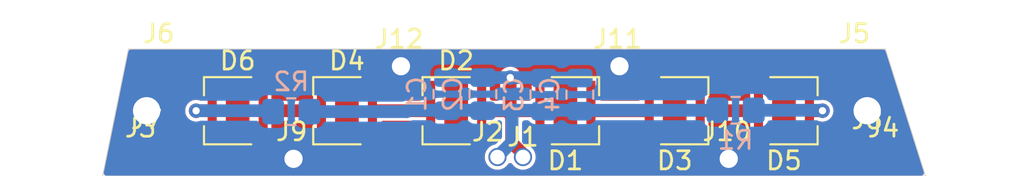
<source format=kicad_pcb>
(kicad_pcb (version 20171130) (host pcbnew "(5.1.9)-1")

  (general
    (thickness 1.6)
    (drawings 4)
    (tracks 38)
    (zones 0)
    (modules 24)
    (nets 10)
  )

  (page A4)
  (layers
    (0 F.Cu signal)
    (31 B.Cu signal)
    (32 B.Adhes user)
    (33 F.Adhes user)
    (34 B.Paste user)
    (35 F.Paste user)
    (36 B.SilkS user)
    (37 F.SilkS user)
    (38 B.Mask user)
    (39 F.Mask user)
    (40 Dwgs.User user)
    (41 Cmts.User user)
    (42 Eco1.User user)
    (43 Eco2.User user)
    (44 Edge.Cuts user)
    (45 Margin user)
    (46 B.CrtYd user)
    (47 F.CrtYd user)
    (48 B.Fab user)
    (49 F.Fab user)
  )

  (setup
    (last_trace_width 0.7)
    (user_trace_width 0.7)
    (trace_clearance 0.2)
    (zone_clearance 0)
    (zone_45_only no)
    (trace_min 0.2)
    (via_size 0.8)
    (via_drill 0.4)
    (via_min_size 0.4)
    (via_min_drill 0.3)
    (uvia_size 0.3)
    (uvia_drill 0.1)
    (uvias_allowed no)
    (uvia_min_size 0.2)
    (uvia_min_drill 0.1)
    (edge_width 0.05)
    (segment_width 0.2)
    (pcb_text_width 0.3)
    (pcb_text_size 1.5 1.5)
    (mod_edge_width 0.12)
    (mod_text_size 1 1)
    (mod_text_width 0.15)
    (pad_size 1.3 3.3)
    (pad_drill 0)
    (pad_to_mask_clearance 0)
    (aux_axis_origin 0 0)
    (visible_elements 7FFFFFFF)
    (pcbplotparams
      (layerselection 0x010fc_ffffffff)
      (usegerberextensions false)
      (usegerberattributes true)
      (usegerberadvancedattributes true)
      (creategerberjobfile true)
      (excludeedgelayer true)
      (linewidth 0.100000)
      (plotframeref false)
      (viasonmask false)
      (mode 1)
      (useauxorigin false)
      (hpglpennumber 1)
      (hpglpenspeed 20)
      (hpglpendiameter 15.000000)
      (psnegative false)
      (psa4output false)
      (plotreference true)
      (plotvalue true)
      (plotinvisibletext false)
      (padsonsilk false)
      (subtractmaskfromsilk false)
      (outputformat 1)
      (mirror false)
      (drillshape 1)
      (scaleselection 1)
      (outputdirectory ""))
  )

  (net 0 "")
  (net 1 "Net-(C1-Pad1)")
  (net 2 "Net-(C1-Pad2)")
  (net 3 "Net-(D1-Pad1)")
  (net 4 "Net-(D2-Pad1)")
  (net 5 "Net-(D3-Pad1)")
  (net 6 "Net-(D4-Pad1)")
  (net 7 "Net-(D5-Pad1)")
  (net 8 "Net-(D6-Pad1)")
  (net 9 GND)

  (net_class Default "This is the default net class."
    (clearance 0.2)
    (trace_width 0.25)
    (via_dia 0.8)
    (via_drill 0.4)
    (uvia_dia 0.3)
    (uvia_drill 0.1)
    (add_net GND)
    (add_net "Net-(C1-Pad1)")
    (add_net "Net-(C1-Pad2)")
    (add_net "Net-(D1-Pad1)")
    (add_net "Net-(D2-Pad1)")
    (add_net "Net-(D3-Pad1)")
    (add_net "Net-(D4-Pad1)")
    (add_net "Net-(D5-Pad1)")
    (add_net "Net-(D6-Pad1)")
  )

  (module Resistor_SMD:R_0805_2012Metric (layer B.Cu) (tedit 5F68FEEE) (tstamp 611C9974)
    (at 24.35 6.1625 270)
    (descr "Resistor SMD 0805 (2012 Metric), square (rectangular) end terminal, IPC_7351 nominal, (Body size source: IPC-SM-782 page 72, https://www.pcb-3d.com/wordpress/wp-content/uploads/ipc-sm-782a_amendment_1_and_2.pdf), generated with kicad-footprint-generator")
    (tags resistor)
    (path /611D226B)
    (attr smd)
    (fp_text reference C3 (at 0 1.65 90) (layer B.SilkS)
      (effects (font (size 1 1) (thickness 0.15)) (justify mirror))
    )
    (fp_text value C (at 0 -1.65 90) (layer B.Fab)
      (effects (font (size 1 1) (thickness 0.15)) (justify mirror))
    )
    (fp_line (start 1.68 -0.95) (end -1.68 -0.95) (layer B.CrtYd) (width 0.05))
    (fp_line (start 1.68 0.95) (end 1.68 -0.95) (layer B.CrtYd) (width 0.05))
    (fp_line (start -1.68 0.95) (end 1.68 0.95) (layer B.CrtYd) (width 0.05))
    (fp_line (start -1.68 -0.95) (end -1.68 0.95) (layer B.CrtYd) (width 0.05))
    (fp_line (start -0.227064 -0.735) (end 0.227064 -0.735) (layer B.SilkS) (width 0.12))
    (fp_line (start -0.227064 0.735) (end 0.227064 0.735) (layer B.SilkS) (width 0.12))
    (fp_line (start 1 -0.625) (end -1 -0.625) (layer B.Fab) (width 0.1))
    (fp_line (start 1 0.625) (end 1 -0.625) (layer B.Fab) (width 0.1))
    (fp_line (start -1 0.625) (end 1 0.625) (layer B.Fab) (width 0.1))
    (fp_line (start -1 -0.625) (end -1 0.625) (layer B.Fab) (width 0.1))
    (fp_text user %R (at 0 0 90) (layer B.Fab)
      (effects (font (size 0.5 0.5) (thickness 0.08)) (justify mirror))
    )
    (pad 1 smd roundrect (at -0.9125 0 270) (size 1.025 1.4) (layers B.Cu B.Paste B.Mask) (roundrect_rratio 0.243902)
      (net 1 "Net-(C1-Pad1)"))
    (pad 2 smd roundrect (at 0.9125 0 270) (size 1.025 1.4) (layers B.Cu B.Paste B.Mask) (roundrect_rratio 0.243902)
      (net 2 "Net-(C1-Pad2)"))
    (model ${KISYS3DMOD}/Resistor_SMD.3dshapes/R_0805_2012Metric.wrl
      (at (xyz 0 0 0))
      (scale (xyz 1 1 1))
      (rotate (xyz 0 0 0))
    )
  )

  (module Resistor_SMD:R_0805_2012Metric (layer B.Cu) (tedit 5F68FEEE) (tstamp 611C9963)
    (at 21 6.1375 270)
    (descr "Resistor SMD 0805 (2012 Metric), square (rectangular) end terminal, IPC_7351 nominal, (Body size source: IPC-SM-782 page 72, https://www.pcb-3d.com/wordpress/wp-content/uploads/ipc-sm-782a_amendment_1_and_2.pdf), generated with kicad-footprint-generator")
    (tags resistor)
    (path /611CEE4D)
    (attr smd)
    (fp_text reference C2 (at 0 1.65 90) (layer B.SilkS)
      (effects (font (size 1 1) (thickness 0.15)) (justify mirror))
    )
    (fp_text value C (at 0 -1.65 90) (layer B.Fab)
      (effects (font (size 1 1) (thickness 0.15)) (justify mirror))
    )
    (fp_line (start -1 -0.625) (end -1 0.625) (layer B.Fab) (width 0.1))
    (fp_line (start -1 0.625) (end 1 0.625) (layer B.Fab) (width 0.1))
    (fp_line (start 1 0.625) (end 1 -0.625) (layer B.Fab) (width 0.1))
    (fp_line (start 1 -0.625) (end -1 -0.625) (layer B.Fab) (width 0.1))
    (fp_line (start -0.227064 0.735) (end 0.227064 0.735) (layer B.SilkS) (width 0.12))
    (fp_line (start -0.227064 -0.735) (end 0.227064 -0.735) (layer B.SilkS) (width 0.12))
    (fp_line (start -1.68 -0.95) (end -1.68 0.95) (layer B.CrtYd) (width 0.05))
    (fp_line (start -1.68 0.95) (end 1.68 0.95) (layer B.CrtYd) (width 0.05))
    (fp_line (start 1.68 0.95) (end 1.68 -0.95) (layer B.CrtYd) (width 0.05))
    (fp_line (start 1.68 -0.95) (end -1.68 -0.95) (layer B.CrtYd) (width 0.05))
    (fp_text user %R (at 0 0 90) (layer B.Fab)
      (effects (font (size 0.5 0.5) (thickness 0.08)) (justify mirror))
    )
    (pad 2 smd roundrect (at 0.9125 0 270) (size 1.025 1.4) (layers B.Cu B.Paste B.Mask) (roundrect_rratio 0.243902)
      (net 2 "Net-(C1-Pad2)"))
    (pad 1 smd roundrect (at -0.9125 0 270) (size 1.025 1.4) (layers B.Cu B.Paste B.Mask) (roundrect_rratio 0.243902)
      (net 1 "Net-(C1-Pad1)"))
    (model ${KISYS3DMOD}/Resistor_SMD.3dshapes/R_0805_2012Metric.wrl
      (at (xyz 0 0 0))
      (scale (xyz 1 1 1))
      (rotate (xyz 0 0 0))
    )
  )

  (module Resistor_SMD:R_0805_2012Metric (layer B.Cu) (tedit 5F68FEEE) (tstamp 611C9985)
    (at 26.325 6.1625 270)
    (descr "Resistor SMD 0805 (2012 Metric), square (rectangular) end terminal, IPC_7351 nominal, (Body size source: IPC-SM-782 page 72, https://www.pcb-3d.com/wordpress/wp-content/uploads/ipc-sm-782a_amendment_1_and_2.pdf), generated with kicad-footprint-generator")
    (tags resistor)
    (path /611D2271)
    (attr smd)
    (fp_text reference C4 (at 0 1.65 90) (layer B.SilkS)
      (effects (font (size 1 1) (thickness 0.15)) (justify mirror))
    )
    (fp_text value C (at 0 -1.65 90) (layer B.Fab)
      (effects (font (size 1 1) (thickness 0.15)) (justify mirror))
    )
    (fp_line (start -1 -0.625) (end -1 0.625) (layer B.Fab) (width 0.1))
    (fp_line (start -1 0.625) (end 1 0.625) (layer B.Fab) (width 0.1))
    (fp_line (start 1 0.625) (end 1 -0.625) (layer B.Fab) (width 0.1))
    (fp_line (start 1 -0.625) (end -1 -0.625) (layer B.Fab) (width 0.1))
    (fp_line (start -0.227064 0.735) (end 0.227064 0.735) (layer B.SilkS) (width 0.12))
    (fp_line (start -0.227064 -0.735) (end 0.227064 -0.735) (layer B.SilkS) (width 0.12))
    (fp_line (start -1.68 -0.95) (end -1.68 0.95) (layer B.CrtYd) (width 0.05))
    (fp_line (start -1.68 0.95) (end 1.68 0.95) (layer B.CrtYd) (width 0.05))
    (fp_line (start 1.68 0.95) (end 1.68 -0.95) (layer B.CrtYd) (width 0.05))
    (fp_line (start 1.68 -0.95) (end -1.68 -0.95) (layer B.CrtYd) (width 0.05))
    (fp_text user %R (at 0 0 90) (layer B.Fab)
      (effects (font (size 0.5 0.5) (thickness 0.08)) (justify mirror))
    )
    (pad 2 smd roundrect (at 0.9125 0 270) (size 1.025 1.4) (layers B.Cu B.Paste B.Mask) (roundrect_rratio 0.243902)
      (net 2 "Net-(C1-Pad2)"))
    (pad 1 smd roundrect (at -0.9125 0 270) (size 1.025 1.4) (layers B.Cu B.Paste B.Mask) (roundrect_rratio 0.243902)
      (net 1 "Net-(C1-Pad1)"))
    (model ${KISYS3DMOD}/Resistor_SMD.3dshapes/R_0805_2012Metric.wrl
      (at (xyz 0 0 0))
      (scale (xyz 1 1 1))
      (rotate (xyz 0 0 0))
    )
  )

  (module Resistor_SMD:R_0805_2012Metric (layer B.Cu) (tedit 5F68FEEE) (tstamp 611C9952)
    (at 19.025 6.1375 270)
    (descr "Resistor SMD 0805 (2012 Metric), square (rectangular) end terminal, IPC_7351 nominal, (Body size source: IPC-SM-782 page 72, https://www.pcb-3d.com/wordpress/wp-content/uploads/ipc-sm-782a_amendment_1_and_2.pdf), generated with kicad-footprint-generator")
    (tags resistor)
    (path /611CE72F)
    (attr smd)
    (fp_text reference C1 (at 0 1.65 90) (layer B.SilkS)
      (effects (font (size 1 1) (thickness 0.15)) (justify mirror))
    )
    (fp_text value C (at 0 -1.65 90) (layer B.Fab)
      (effects (font (size 1 1) (thickness 0.15)) (justify mirror))
    )
    (fp_line (start 1.68 -0.95) (end -1.68 -0.95) (layer B.CrtYd) (width 0.05))
    (fp_line (start 1.68 0.95) (end 1.68 -0.95) (layer B.CrtYd) (width 0.05))
    (fp_line (start -1.68 0.95) (end 1.68 0.95) (layer B.CrtYd) (width 0.05))
    (fp_line (start -1.68 -0.95) (end -1.68 0.95) (layer B.CrtYd) (width 0.05))
    (fp_line (start -0.227064 -0.735) (end 0.227064 -0.735) (layer B.SilkS) (width 0.12))
    (fp_line (start -0.227064 0.735) (end 0.227064 0.735) (layer B.SilkS) (width 0.12))
    (fp_line (start 1 -0.625) (end -1 -0.625) (layer B.Fab) (width 0.1))
    (fp_line (start 1 0.625) (end 1 -0.625) (layer B.Fab) (width 0.1))
    (fp_line (start -1 0.625) (end 1 0.625) (layer B.Fab) (width 0.1))
    (fp_line (start -1 -0.625) (end -1 0.625) (layer B.Fab) (width 0.1))
    (fp_text user %R (at 0 0 90) (layer B.Fab)
      (effects (font (size 0.5 0.5) (thickness 0.08)) (justify mirror))
    )
    (pad 1 smd roundrect (at -0.9125 0 270) (size 1.025 1.4) (layers B.Cu B.Paste B.Mask) (roundrect_rratio 0.243902)
      (net 1 "Net-(C1-Pad1)"))
    (pad 2 smd roundrect (at 0.9125 0 270) (size 1.025 1.4) (layers B.Cu B.Paste B.Mask) (roundrect_rratio 0.243902)
      (net 2 "Net-(C1-Pad2)"))
    (model ${KISYS3DMOD}/Resistor_SMD.3dshapes/R_0805_2012Metric.wrl
      (at (xyz 0 0 0))
      (scale (xyz 1 1 1))
      (rotate (xyz 0 0 0))
    )
  )

  (module pins:WireSidePlate_001 (layer F.Cu) (tedit 61220B6C) (tstamp 61224DC8)
    (at 2.2 7.5)
    (path /6121E8A1)
    (fp_text reference J3 (at 0 0.5) (layer F.SilkS)
      (effects (font (size 1 1) (thickness 0.15)))
    )
    (fp_text value Conn_01x01_Female (at 0 -0.5) (layer F.Fab)
      (effects (font (size 1 1) (thickness 0.15)))
    )
    (pad 1 smd rect (at 0 2.2) (size 3 1.5) (layers F.Cu F.Paste F.Mask)
      (net 9 GND))
  )

  (module pins:WireSidePlate_001 (layer F.Cu) (tedit 61220B6C) (tstamp 61224DCD)
    (at 43 7.5)
    (path /6121F038)
    (fp_text reference J4 (at 0 0.5) (layer F.SilkS)
      (effects (font (size 1 1) (thickness 0.15)))
    )
    (fp_text value Conn_01x01_Female (at 0 -0.5) (layer F.Fab)
      (effects (font (size 1 1) (thickness 0.15)))
    )
    (pad 1 smd rect (at 0 2.2) (size 3 1.5) (layers F.Cu F.Paste F.Mask)
      (net 9 GND))
  )

  (module pins:WireSidePlate_001 (layer F.Cu) (tedit 61220B6C) (tstamp 61224DD2)
    (at 41.4 2.3)
    (path /6121F999)
    (fp_text reference J5 (at 0 0.5) (layer F.SilkS)
      (effects (font (size 1 1) (thickness 0.15)))
    )
    (fp_text value Conn_01x01_Female (at 0 -0.5) (layer F.Fab)
      (effects (font (size 1 1) (thickness 0.15)))
    )
    (pad 1 smd rect (at 0 2.2) (size 3 1.5) (layers F.Cu F.Paste F.Mask)
      (net 9 GND))
  )

  (module pins:WireSidePlate_001 (layer F.Cu) (tedit 61220B6C) (tstamp 61224DD7)
    (at 3.2 2.3)
    (path /6122010A)
    (fp_text reference J6 (at 0 0.5) (layer F.SilkS)
      (effects (font (size 1 1) (thickness 0.15)))
    )
    (fp_text value Conn_01x01_Female (at 0 -0.5) (layer F.Fab)
      (effects (font (size 1 1) (thickness 0.15)))
    )
    (pad 1 smd rect (at 0 2.2) (size 3 1.5) (layers F.Cu F.Paste F.Mask)
      (net 9 GND))
  )

  (module LED_SMD:LED_Cree-XHP35 (layer F.Cu) (tedit 5E7E470B) (tstamp 611C99A2)
    (at 25.5318 7.0503 180)
    (descr http://www.cree.com/~/media/Files/Cree/LED-Components-and-Modules/XLamp/Data-and-Binning/ds--XHP35.pdf)
    (tags "LED Cree XHP35")
    (path /611C63E6)
    (attr smd)
    (fp_text reference D1 (at 0 -2.75) (layer F.SilkS)
      (effects (font (size 1 1) (thickness 0.15)))
    )
    (fp_text value LED (at 0 2.75) (layer F.Fab)
      (effects (font (size 1 1) (thickness 0.15)))
    )
    (fp_line (start -1.65 -1.65) (end 1.65 -1.65) (layer F.Fab) (width 0.1))
    (fp_line (start 1.65 -1.65) (end 1.65 1.65) (layer F.Fab) (width 0.1))
    (fp_line (start 1.65 1.65) (end -1.65 1.65) (layer F.Fab) (width 0.1))
    (fp_line (start -1.65 1.65) (end -1.65 -1.65) (layer F.Fab) (width 0.1))
    (fp_line (start 0.75 -1.85) (end -1.85 -1.85) (layer F.SilkS) (width 0.12))
    (fp_line (start -1.85 -1.85) (end -1.85 -0.85) (layer F.SilkS) (width 0.12))
    (fp_line (start 0.75 1.85) (end -1.85 1.85) (layer F.SilkS) (width 0.12))
    (fp_line (start -1.85 1.85) (end -1.85 0.85) (layer F.SilkS) (width 0.12))
    (fp_line (start -1.9 1.9) (end 1.9 1.9) (layer F.CrtYd) (width 0.05))
    (fp_line (start 1.9 1.9) (end 1.9 -1.9) (layer F.CrtYd) (width 0.05))
    (fp_line (start 1.9 -1.9) (end -1.9 -1.9) (layer F.CrtYd) (width 0.05))
    (fp_line (start -1.9 -1.9) (end -1.9 1.9) (layer F.CrtYd) (width 0.05))
    (fp_line (start 1.25 0) (end 0.5 0) (layer F.Fab) (width 0.1))
    (fp_line (start -1.25 0) (end -0.5 0) (layer F.Fab) (width 0.1))
    (fp_line (start -0.5 -0.5) (end -0.5 0.5) (layer F.Fab) (width 0.1))
    (fp_line (start -0.5 0) (end 0.5 -0.5) (layer F.Fab) (width 0.1))
    (fp_line (start 0.5 -0.5) (end 0.5 0.5) (layer F.Fab) (width 0.1))
    (fp_line (start 0.5 0.5) (end -0.5 0) (layer F.Fab) (width 0.1))
    (fp_text user %R (at 0 0) (layer F.Fab)
      (effects (font (size 0.8 0.8) (thickness 0.08)))
    )
    (pad "" smd rect (at 0 0 180) (size 1.01 0.75) (layers F.Paste))
    (pad "" smd rect (at 0 -1 180) (size 1.01 0.75) (layers F.Paste))
    (pad "" smd rect (at 0 1 180) (size 1.01 0.75) (layers F.Paste))
    (pad 3 smd rect (at 0 0 180) (size 1.3 3.3) (layers F.Cu F.Mask))
    (pad 1 smd rect (at -1.4 0 180) (size 0.5 3.3) (layers F.Cu F.Paste F.Mask)
      (net 3 "Net-(D1-Pad1)"))
    (pad 2 smd rect (at 1.4 0 180) (size 0.5 3.3) (layers F.Cu F.Paste F.Mask)
      (net 1 "Net-(C1-Pad1)"))
    (model ${KISYS3DMOD}/LED_SMD.3dshapes/LED_Cree-XHP35.wrl
      (at (xyz 0 0 0))
      (scale (xyz 1 1 1))
      (rotate (xyz 0 0 0))
    )
  )

  (module LED_SMD:LED_Cree-XHP35 (layer F.Cu) (tedit 611D3B38) (tstamp 611C99BF)
    (at 19.5318 7.0503)
    (descr http://www.cree.com/~/media/Files/Cree/LED-Components-and-Modules/XLamp/Data-and-Binning/ds--XHP35.pdf)
    (tags "LED Cree XHP35")
    (path /611C3954)
    (attr smd)
    (fp_text reference D2 (at 0 -2.75) (layer F.SilkS)
      (effects (font (size 1 1) (thickness 0.15)))
    )
    (fp_text value LED (at 0 2.75) (layer F.Fab)
      (effects (font (size 1 1) (thickness 0.15)))
    )
    (fp_line (start 0.5 0.5) (end -0.5 0) (layer F.Fab) (width 0.1))
    (fp_line (start 0.5 -0.5) (end 0.5 0.5) (layer F.Fab) (width 0.1))
    (fp_line (start -0.5 0) (end 0.5 -0.5) (layer F.Fab) (width 0.1))
    (fp_line (start -0.5 -0.5) (end -0.5 0.5) (layer F.Fab) (width 0.1))
    (fp_line (start -1.25 0) (end -0.5 0) (layer F.Fab) (width 0.1))
    (fp_line (start 1.25 0) (end 0.5 0) (layer F.Fab) (width 0.1))
    (fp_line (start -1.9 -1.9) (end -1.9 1.9) (layer F.CrtYd) (width 0.05))
    (fp_line (start 1.9 -1.9) (end -1.9 -1.9) (layer F.CrtYd) (width 0.05))
    (fp_line (start 1.9 1.9) (end 1.9 -1.9) (layer F.CrtYd) (width 0.05))
    (fp_line (start -1.9 1.9) (end 1.9 1.9) (layer F.CrtYd) (width 0.05))
    (fp_line (start -1.85 1.85) (end -1.85 0.85) (layer F.SilkS) (width 0.12))
    (fp_line (start 0.75 1.85) (end -1.85 1.85) (layer F.SilkS) (width 0.12))
    (fp_line (start -1.85 -1.85) (end -1.85 -0.85) (layer F.SilkS) (width 0.12))
    (fp_line (start 0.75 -1.85) (end -1.85 -1.85) (layer F.SilkS) (width 0.12))
    (fp_line (start -1.65 1.65) (end -1.65 -1.65) (layer F.Fab) (width 0.1))
    (fp_line (start 1.65 1.65) (end -1.65 1.65) (layer F.Fab) (width 0.1))
    (fp_line (start 1.65 -1.65) (end 1.65 1.65) (layer F.Fab) (width 0.1))
    (fp_line (start -1.65 -1.65) (end 1.65 -1.65) (layer F.Fab) (width 0.1))
    (fp_text user %R (at 0 0) (layer F.Fab)
      (effects (font (size 0.8 0.8) (thickness 0.08)))
    )
    (pad 2 smd rect (at 1.4 0) (size 0.5 3.3) (layers F.Cu F.Paste F.Mask)
      (net 1 "Net-(C1-Pad1)"))
    (pad 1 smd rect (at -1.4 0) (size 0.5 3.3) (layers F.Cu F.Paste F.Mask)
      (net 4 "Net-(D2-Pad1)"))
    (pad 3 smd rect (at 0 0) (size 1.3 3.3) (layers F.Cu F.Mask))
    (pad "" smd rect (at 0 1) (size 1.01 0.75) (layers F.Paste))
    (pad "" smd rect (at 0 -1) (size 1.01 0.75) (layers F.Paste))
    (pad "" smd rect (at 0 0) (size 1.01 0.75) (layers F.Paste))
    (model ${KISYS3DMOD}/LED_SMD.3dshapes/LED_Cree-XHP35.wrl
      (at (xyz 0 0 0))
      (scale (xyz 1 1 1))
      (rotate (xyz 0 0 0))
    )
  )

  (module LED_SMD:LED_Cree-XHP35 (layer F.Cu) (tedit 5E7E470B) (tstamp 611C99DC)
    (at 31.5318 7.0503 180)
    (descr http://www.cree.com/~/media/Files/Cree/LED-Components-and-Modules/XLamp/Data-and-Binning/ds--XHP35.pdf)
    (tags "LED Cree XHP35")
    (path /611C8036)
    (attr smd)
    (fp_text reference D3 (at 0 -2.75) (layer F.SilkS)
      (effects (font (size 1 1) (thickness 0.15)))
    )
    (fp_text value LED (at 0 2.75) (layer F.Fab)
      (effects (font (size 1 1) (thickness 0.15)))
    )
    (fp_line (start 0.5 0.5) (end -0.5 0) (layer F.Fab) (width 0.1))
    (fp_line (start 0.5 -0.5) (end 0.5 0.5) (layer F.Fab) (width 0.1))
    (fp_line (start -0.5 0) (end 0.5 -0.5) (layer F.Fab) (width 0.1))
    (fp_line (start -0.5 -0.5) (end -0.5 0.5) (layer F.Fab) (width 0.1))
    (fp_line (start -1.25 0) (end -0.5 0) (layer F.Fab) (width 0.1))
    (fp_line (start 1.25 0) (end 0.5 0) (layer F.Fab) (width 0.1))
    (fp_line (start -1.9 -1.9) (end -1.9 1.9) (layer F.CrtYd) (width 0.05))
    (fp_line (start 1.9 -1.9) (end -1.9 -1.9) (layer F.CrtYd) (width 0.05))
    (fp_line (start 1.9 1.9) (end 1.9 -1.9) (layer F.CrtYd) (width 0.05))
    (fp_line (start -1.9 1.9) (end 1.9 1.9) (layer F.CrtYd) (width 0.05))
    (fp_line (start -1.85 1.85) (end -1.85 0.85) (layer F.SilkS) (width 0.12))
    (fp_line (start 0.75 1.85) (end -1.85 1.85) (layer F.SilkS) (width 0.12))
    (fp_line (start -1.85 -1.85) (end -1.85 -0.85) (layer F.SilkS) (width 0.12))
    (fp_line (start 0.75 -1.85) (end -1.85 -1.85) (layer F.SilkS) (width 0.12))
    (fp_line (start -1.65 1.65) (end -1.65 -1.65) (layer F.Fab) (width 0.1))
    (fp_line (start 1.65 1.65) (end -1.65 1.65) (layer F.Fab) (width 0.1))
    (fp_line (start 1.65 -1.65) (end 1.65 1.65) (layer F.Fab) (width 0.1))
    (fp_line (start -1.65 -1.65) (end 1.65 -1.65) (layer F.Fab) (width 0.1))
    (fp_text user %R (at 0 0) (layer F.Fab)
      (effects (font (size 0.8 0.8) (thickness 0.08)))
    )
    (pad 2 smd rect (at 1.4 0 180) (size 0.5 3.3) (layers F.Cu F.Paste F.Mask)
      (net 3 "Net-(D1-Pad1)"))
    (pad 1 smd rect (at -1.4 0 180) (size 0.5 3.3) (layers F.Cu F.Paste F.Mask)
      (net 5 "Net-(D3-Pad1)"))
    (pad 3 smd rect (at 0 0 180) (size 1.3 3.3) (layers F.Cu F.Mask))
    (pad "" smd rect (at 0 1 180) (size 1.01 0.75) (layers F.Paste))
    (pad "" smd rect (at 0 -1 180) (size 1.01 0.75) (layers F.Paste))
    (pad "" smd rect (at 0 0 180) (size 1.01 0.75) (layers F.Paste))
    (model ${KISYS3DMOD}/LED_SMD.3dshapes/LED_Cree-XHP35.wrl
      (at (xyz 0 0 0))
      (scale (xyz 1 1 1))
      (rotate (xyz 0 0 0))
    )
  )

  (module LED_SMD:LED_Cree-XHP35 (layer F.Cu) (tedit 5E7E470B) (tstamp 611C99F9)
    (at 13.5318 7.0503)
    (descr http://www.cree.com/~/media/Files/Cree/LED-Components-and-Modules/XLamp/Data-and-Binning/ds--XHP35.pdf)
    (tags "LED Cree XHP35")
    (path /611C5107)
    (attr smd)
    (fp_text reference D4 (at 0 -2.75) (layer F.SilkS)
      (effects (font (size 1 1) (thickness 0.15)))
    )
    (fp_text value LED (at 0 2.75) (layer F.Fab)
      (effects (font (size 1 1) (thickness 0.15)))
    )
    (fp_line (start -1.65 -1.65) (end 1.65 -1.65) (layer F.Fab) (width 0.1))
    (fp_line (start 1.65 -1.65) (end 1.65 1.65) (layer F.Fab) (width 0.1))
    (fp_line (start 1.65 1.65) (end -1.65 1.65) (layer F.Fab) (width 0.1))
    (fp_line (start -1.65 1.65) (end -1.65 -1.65) (layer F.Fab) (width 0.1))
    (fp_line (start 0.75 -1.85) (end -1.85 -1.85) (layer F.SilkS) (width 0.12))
    (fp_line (start -1.85 -1.85) (end -1.85 -0.85) (layer F.SilkS) (width 0.12))
    (fp_line (start 0.75 1.85) (end -1.85 1.85) (layer F.SilkS) (width 0.12))
    (fp_line (start -1.85 1.85) (end -1.85 0.85) (layer F.SilkS) (width 0.12))
    (fp_line (start -1.9 1.9) (end 1.9 1.9) (layer F.CrtYd) (width 0.05))
    (fp_line (start 1.9 1.9) (end 1.9 -1.9) (layer F.CrtYd) (width 0.05))
    (fp_line (start 1.9 -1.9) (end -1.9 -1.9) (layer F.CrtYd) (width 0.05))
    (fp_line (start -1.9 -1.9) (end -1.9 1.9) (layer F.CrtYd) (width 0.05))
    (fp_line (start 1.25 0) (end 0.5 0) (layer F.Fab) (width 0.1))
    (fp_line (start -1.25 0) (end -0.5 0) (layer F.Fab) (width 0.1))
    (fp_line (start -0.5 -0.5) (end -0.5 0.5) (layer F.Fab) (width 0.1))
    (fp_line (start -0.5 0) (end 0.5 -0.5) (layer F.Fab) (width 0.1))
    (fp_line (start 0.5 -0.5) (end 0.5 0.5) (layer F.Fab) (width 0.1))
    (fp_line (start 0.5 0.5) (end -0.5 0) (layer F.Fab) (width 0.1))
    (fp_text user %R (at 0 0) (layer F.Fab)
      (effects (font (size 0.8 0.8) (thickness 0.08)))
    )
    (pad "" smd rect (at 0 0) (size 1.01 0.75) (layers F.Paste))
    (pad "" smd rect (at 0 -1) (size 1.01 0.75) (layers F.Paste))
    (pad "" smd rect (at 0 1) (size 1.01 0.75) (layers F.Paste))
    (pad 3 smd rect (at 0 0) (size 1.3 3.3) (layers F.Cu F.Mask))
    (pad 1 smd rect (at -1.4 0) (size 0.5 3.3) (layers F.Cu F.Paste F.Mask)
      (net 6 "Net-(D4-Pad1)"))
    (pad 2 smd rect (at 1.4 0) (size 0.5 3.3) (layers F.Cu F.Paste F.Mask)
      (net 4 "Net-(D2-Pad1)"))
    (model ${KISYS3DMOD}/LED_SMD.3dshapes/LED_Cree-XHP35.wrl
      (at (xyz 0 0 0))
      (scale (xyz 1 1 1))
      (rotate (xyz 0 0 0))
    )
  )

  (module LED_SMD:LED_Cree-XHP35 (layer F.Cu) (tedit 5E7E470B) (tstamp 611C9A16)
    (at 37.5318 7.0503 180)
    (descr http://www.cree.com/~/media/Files/Cree/LED-Components-and-Modules/XLamp/Data-and-Binning/ds--XHP35.pdf)
    (tags "LED Cree XHP35")
    (path /611C803C)
    (attr smd)
    (fp_text reference D5 (at 0 -2.75) (layer F.SilkS)
      (effects (font (size 1 1) (thickness 0.15)))
    )
    (fp_text value LED (at 0 2.75) (layer F.Fab)
      (effects (font (size 1 1) (thickness 0.15)))
    )
    (fp_line (start -1.65 -1.65) (end 1.65 -1.65) (layer F.Fab) (width 0.1))
    (fp_line (start 1.65 -1.65) (end 1.65 1.65) (layer F.Fab) (width 0.1))
    (fp_line (start 1.65 1.65) (end -1.65 1.65) (layer F.Fab) (width 0.1))
    (fp_line (start -1.65 1.65) (end -1.65 -1.65) (layer F.Fab) (width 0.1))
    (fp_line (start 0.75 -1.85) (end -1.85 -1.85) (layer F.SilkS) (width 0.12))
    (fp_line (start -1.85 -1.85) (end -1.85 -0.85) (layer F.SilkS) (width 0.12))
    (fp_line (start 0.75 1.85) (end -1.85 1.85) (layer F.SilkS) (width 0.12))
    (fp_line (start -1.85 1.85) (end -1.85 0.85) (layer F.SilkS) (width 0.12))
    (fp_line (start -1.9 1.9) (end 1.9 1.9) (layer F.CrtYd) (width 0.05))
    (fp_line (start 1.9 1.9) (end 1.9 -1.9) (layer F.CrtYd) (width 0.05))
    (fp_line (start 1.9 -1.9) (end -1.9 -1.9) (layer F.CrtYd) (width 0.05))
    (fp_line (start -1.9 -1.9) (end -1.9 1.9) (layer F.CrtYd) (width 0.05))
    (fp_line (start 1.25 0) (end 0.5 0) (layer F.Fab) (width 0.1))
    (fp_line (start -1.25 0) (end -0.5 0) (layer F.Fab) (width 0.1))
    (fp_line (start -0.5 -0.5) (end -0.5 0.5) (layer F.Fab) (width 0.1))
    (fp_line (start -0.5 0) (end 0.5 -0.5) (layer F.Fab) (width 0.1))
    (fp_line (start 0.5 -0.5) (end 0.5 0.5) (layer F.Fab) (width 0.1))
    (fp_line (start 0.5 0.5) (end -0.5 0) (layer F.Fab) (width 0.1))
    (fp_text user %R (at 0 0) (layer F.Fab)
      (effects (font (size 0.8 0.8) (thickness 0.08)))
    )
    (pad "" smd rect (at 0 0 180) (size 1.01 0.75) (layers F.Paste))
    (pad "" smd rect (at 0 -1 180) (size 1.01 0.75) (layers F.Paste))
    (pad "" smd rect (at 0 1 180) (size 1.01 0.75) (layers F.Paste))
    (pad 3 smd rect (at 0 0 180) (size 1.3 3.3) (layers F.Cu F.Mask))
    (pad 1 smd rect (at -1.4 0 180) (size 0.5 3.3) (layers F.Cu F.Paste F.Mask)
      (net 7 "Net-(D5-Pad1)"))
    (pad 2 smd rect (at 1.4 0 180) (size 0.5 3.3) (layers F.Cu F.Paste F.Mask)
      (net 5 "Net-(D3-Pad1)"))
    (model ${KISYS3DMOD}/LED_SMD.3dshapes/LED_Cree-XHP35.wrl
      (at (xyz 0 0 0))
      (scale (xyz 1 1 1))
      (rotate (xyz 0 0 0))
    )
  )

  (module LED_SMD:LED_Cree-XHP35 (layer F.Cu) (tedit 5E7E470B) (tstamp 611C9A33)
    (at 7.5318 7.0503)
    (descr http://www.cree.com/~/media/Files/Cree/LED-Components-and-Modules/XLamp/Data-and-Binning/ds--XHP35.pdf)
    (tags "LED Cree XHP35")
    (path /611C63E0)
    (attr smd)
    (fp_text reference D6 (at 0 -2.75) (layer F.SilkS)
      (effects (font (size 1 1) (thickness 0.15)))
    )
    (fp_text value LED (at 0 2.75) (layer F.Fab)
      (effects (font (size 1 1) (thickness 0.15)))
    )
    (fp_line (start 0.5 0.5) (end -0.5 0) (layer F.Fab) (width 0.1))
    (fp_line (start 0.5 -0.5) (end 0.5 0.5) (layer F.Fab) (width 0.1))
    (fp_line (start -0.5 0) (end 0.5 -0.5) (layer F.Fab) (width 0.1))
    (fp_line (start -0.5 -0.5) (end -0.5 0.5) (layer F.Fab) (width 0.1))
    (fp_line (start -1.25 0) (end -0.5 0) (layer F.Fab) (width 0.1))
    (fp_line (start 1.25 0) (end 0.5 0) (layer F.Fab) (width 0.1))
    (fp_line (start -1.9 -1.9) (end -1.9 1.9) (layer F.CrtYd) (width 0.05))
    (fp_line (start 1.9 -1.9) (end -1.9 -1.9) (layer F.CrtYd) (width 0.05))
    (fp_line (start 1.9 1.9) (end 1.9 -1.9) (layer F.CrtYd) (width 0.05))
    (fp_line (start -1.9 1.9) (end 1.9 1.9) (layer F.CrtYd) (width 0.05))
    (fp_line (start -1.85 1.85) (end -1.85 0.85) (layer F.SilkS) (width 0.12))
    (fp_line (start 0.75 1.85) (end -1.85 1.85) (layer F.SilkS) (width 0.12))
    (fp_line (start -1.85 -1.85) (end -1.85 -0.85) (layer F.SilkS) (width 0.12))
    (fp_line (start 0.75 -1.85) (end -1.85 -1.85) (layer F.SilkS) (width 0.12))
    (fp_line (start -1.65 1.65) (end -1.65 -1.65) (layer F.Fab) (width 0.1))
    (fp_line (start 1.65 1.65) (end -1.65 1.65) (layer F.Fab) (width 0.1))
    (fp_line (start 1.65 -1.65) (end 1.65 1.65) (layer F.Fab) (width 0.1))
    (fp_line (start -1.65 -1.65) (end 1.65 -1.65) (layer F.Fab) (width 0.1))
    (fp_text user %R (at 0 0) (layer F.Fab)
      (effects (font (size 0.8 0.8) (thickness 0.08)))
    )
    (pad 2 smd rect (at 1.4 0) (size 0.5 3.3) (layers F.Cu F.Paste F.Mask)
      (net 6 "Net-(D4-Pad1)"))
    (pad 1 smd rect (at -1.4 0) (size 0.5 3.3) (layers F.Cu F.Paste F.Mask)
      (net 8 "Net-(D6-Pad1)"))
    (pad 3 smd rect (at 0 0) (size 1.3 3.3) (layers F.Cu F.Mask))
    (pad "" smd rect (at 0 1) (size 1.01 0.75) (layers F.Paste))
    (pad "" smd rect (at 0 -1) (size 1.01 0.75) (layers F.Paste))
    (pad "" smd rect (at 0 0) (size 1.01 0.75) (layers F.Paste))
    (model ${KISYS3DMOD}/LED_SMD.3dshapes/LED_Cree-XHP35.wrl
      (at (xyz 0 0 0))
      (scale (xyz 1 1 1))
      (rotate (xyz 0 0 0))
    )
  )

  (module pins:pin_0.8 (layer F.Cu) (tedit 60E69780) (tstamp 611C9A38)
    (at 23.2 8)
    (path /611CC688)
    (fp_text reference J1 (at 0 0.5) (layer F.SilkS)
      (effects (font (size 1 1) (thickness 0.15)))
    )
    (fp_text value Conn_01x01_Female (at 0 -0.5) (layer F.Fab)
      (effects (font (size 1 1) (thickness 0.15)))
    )
    (pad 1 thru_hole circle (at 0 1.6) (size 1 1) (drill 0.8) (layers *.Cu *.Mask)
      (net 1 "Net-(C1-Pad1)"))
  )

  (module pins:pin_0.8 (layer F.Cu) (tedit 60E69780) (tstamp 611C9A3D)
    (at 21.8 8)
    (path /611CDD3C)
    (fp_text reference J2 (at -0.54 0.22) (layer F.SilkS)
      (effects (font (size 1 1) (thickness 0.15)))
    )
    (fp_text value Conn_01x01_Female (at 0 -0.5) (layer F.Fab)
      (effects (font (size 1 1) (thickness 0.15)))
    )
    (pad 1 thru_hole circle (at 0 1.6) (size 1 1) (drill 0.8) (layers *.Cu *.Mask)
      (net 2 "Net-(C1-Pad2)"))
  )

  (module Resistor_SMD:R_0805_2012Metric_Pad1.20x1.40mm_HandSolder (layer B.Cu) (tedit 5F68FEEE) (tstamp 611C9A4E)
    (at 34.875 7.025)
    (descr "Resistor SMD 0805 (2012 Metric), square (rectangular) end terminal, IPC_7351 nominal with elongated pad for handsoldering. (Body size source: IPC-SM-782 page 72, https://www.pcb-3d.com/wordpress/wp-content/uploads/ipc-sm-782a_amendment_1_and_2.pdf), generated with kicad-footprint-generator")
    (tags "resistor handsolder")
    (path /611CAFF0)
    (attr smd)
    (fp_text reference R1 (at 0 1.65) (layer B.SilkS)
      (effects (font (size 1 1) (thickness 0.15)) (justify mirror))
    )
    (fp_text value R (at 0 -1.65) (layer B.Fab)
      (effects (font (size 1 1) (thickness 0.15)) (justify mirror))
    )
    (fp_line (start 1.85 -0.95) (end -1.85 -0.95) (layer B.CrtYd) (width 0.05))
    (fp_line (start 1.85 0.95) (end 1.85 -0.95) (layer B.CrtYd) (width 0.05))
    (fp_line (start -1.85 0.95) (end 1.85 0.95) (layer B.CrtYd) (width 0.05))
    (fp_line (start -1.85 -0.95) (end -1.85 0.95) (layer B.CrtYd) (width 0.05))
    (fp_line (start -0.227064 -0.735) (end 0.227064 -0.735) (layer B.SilkS) (width 0.12))
    (fp_line (start -0.227064 0.735) (end 0.227064 0.735) (layer B.SilkS) (width 0.12))
    (fp_line (start 1 -0.625) (end -1 -0.625) (layer B.Fab) (width 0.1))
    (fp_line (start 1 0.625) (end 1 -0.625) (layer B.Fab) (width 0.1))
    (fp_line (start -1 0.625) (end 1 0.625) (layer B.Fab) (width 0.1))
    (fp_line (start -1 -0.625) (end -1 0.625) (layer B.Fab) (width 0.1))
    (fp_text user %R (at 0 0) (layer B.Fab)
      (effects (font (size 0.5 0.5) (thickness 0.08)) (justify mirror))
    )
    (pad 1 smd roundrect (at -1 0) (size 1.2 1.4) (layers B.Cu B.Paste B.Mask) (roundrect_rratio 0.208333)
      (net 2 "Net-(C1-Pad2)"))
    (pad 2 smd roundrect (at 1 0) (size 1.2 1.4) (layers B.Cu B.Paste B.Mask) (roundrect_rratio 0.208333)
      (net 7 "Net-(D5-Pad1)"))
    (model ${KISYS3DMOD}/Resistor_SMD.3dshapes/R_0805_2012Metric.wrl
      (at (xyz 0 0 0))
      (scale (xyz 1 1 1))
      (rotate (xyz 0 0 0))
    )
  )

  (module Resistor_SMD:R_0805_2012Metric_Pad1.20x1.40mm_HandSolder (layer B.Cu) (tedit 5F68FEEE) (tstamp 611C9A5F)
    (at 10.475 7.1 180)
    (descr "Resistor SMD 0805 (2012 Metric), square (rectangular) end terminal, IPC_7351 nominal with elongated pad for handsoldering. (Body size source: IPC-SM-782 page 72, https://www.pcb-3d.com/wordpress/wp-content/uploads/ipc-sm-782a_amendment_1_and_2.pdf), generated with kicad-footprint-generator")
    (tags "resistor handsolder")
    (path /611CBB1F)
    (attr smd)
    (fp_text reference R2 (at 0 1.65) (layer B.SilkS)
      (effects (font (size 1 1) (thickness 0.15)) (justify mirror))
    )
    (fp_text value R (at 0 -1.65) (layer B.Fab)
      (effects (font (size 1 1) (thickness 0.15)) (justify mirror))
    )
    (fp_line (start -1 -0.625) (end -1 0.625) (layer B.Fab) (width 0.1))
    (fp_line (start -1 0.625) (end 1 0.625) (layer B.Fab) (width 0.1))
    (fp_line (start 1 0.625) (end 1 -0.625) (layer B.Fab) (width 0.1))
    (fp_line (start 1 -0.625) (end -1 -0.625) (layer B.Fab) (width 0.1))
    (fp_line (start -0.227064 0.735) (end 0.227064 0.735) (layer B.SilkS) (width 0.12))
    (fp_line (start -0.227064 -0.735) (end 0.227064 -0.735) (layer B.SilkS) (width 0.12))
    (fp_line (start -1.85 -0.95) (end -1.85 0.95) (layer B.CrtYd) (width 0.05))
    (fp_line (start -1.85 0.95) (end 1.85 0.95) (layer B.CrtYd) (width 0.05))
    (fp_line (start 1.85 0.95) (end 1.85 -0.95) (layer B.CrtYd) (width 0.05))
    (fp_line (start 1.85 -0.95) (end -1.85 -0.95) (layer B.CrtYd) (width 0.05))
    (fp_text user %R (at 0 0) (layer B.Fab)
      (effects (font (size 0.5 0.5) (thickness 0.08)) (justify mirror))
    )
    (pad 2 smd roundrect (at 1 0 180) (size 1.2 1.4) (layers B.Cu B.Paste B.Mask) (roundrect_rratio 0.208333)
      (net 8 "Net-(D6-Pad1)"))
    (pad 1 smd roundrect (at -1 0 180) (size 1.2 1.4) (layers B.Cu B.Paste B.Mask) (roundrect_rratio 0.208333)
      (net 2 "Net-(C1-Pad2)"))
    (model ${KISYS3DMOD}/Resistor_SMD.3dshapes/R_0805_2012Metric.wrl
      (at (xyz 0 0 0))
      (scale (xyz 1 1 1))
      (rotate (xyz 0 0 0))
    )
  )

  (module pins:pin_1.5 (layer F.Cu) (tedit 6121F842) (tstamp 61224DDC)
    (at 2.5318 7.0503)
    (path /61220A38)
    (fp_text reference J7 (at 0 0.5) (layer F.SilkS)
      (effects (font (size 1 1) (thickness 0.15)))
    )
    (fp_text value Conn_01x01_Female (at 0 -0.5) (layer F.Fab)
      (effects (font (size 1 1) (thickness 0.15)))
    )
    (pad 1 thru_hole circle (at 0 0) (size 1.9 1.9) (drill 1.5) (layers *.Cu *.Mask)
      (net 9 GND))
  )

  (module pins:pin_1.5 (layer F.Cu) (tedit 6121F85C) (tstamp 61224DE1)
    (at 42.1043 7.0503)
    (path /6122126C)
    (fp_text reference J8 (at 0 0.5) (layer F.SilkS)
      (effects (font (size 1 1) (thickness 0.15)))
    )
    (fp_text value Conn_01x01_Female (at 0 -0.5) (layer F.Fab)
      (effects (font (size 1 1) (thickness 0.15)))
    )
    (pad 1 thru_hole circle (at 0 0) (size 1.9 1.9) (drill 1.5) (layers *.Cu *.Mask)
      (net 9 GND))
  )

  (module pins:pin_1.0 (layer F.Cu) (tedit 6121F186) (tstamp 61224DE6)
    (at 10.5 7.7)
    (path /61225C0A)
    (fp_text reference J9 (at 0 0.5) (layer F.SilkS)
      (effects (font (size 1 1) (thickness 0.15)))
    )
    (fp_text value Conn_01x01_Female (at 0 -0.5) (layer F.Fab)
      (effects (font (size 1 1) (thickness 0.15)))
    )
    (pad 1 thru_hole circle (at 0.1 2) (size 1.4 1.4) (drill 1) (layers *.Cu *.Mask)
      (net 9 GND))
  )

  (module pins:pin_1.0 (layer F.Cu) (tedit 6121F186) (tstamp 61224DEB)
    (at 34.4 7.7)
    (path /61225C10)
    (fp_text reference J10 (at 0 0.5) (layer F.SilkS)
      (effects (font (size 1 1) (thickness 0.15)))
    )
    (fp_text value Conn_01x01_Female (at 0 -0.5) (layer F.Fab)
      (effects (font (size 1 1) (thickness 0.15)))
    )
    (pad 1 thru_hole circle (at 0.1 2) (size 1.4 1.4) (drill 1) (layers *.Cu *.Mask)
      (net 9 GND))
  )

  (module pins:pin_1.0 (layer F.Cu) (tedit 6121F186) (tstamp 61224DF0)
    (at 28.4 2.6)
    (path /61225C16)
    (fp_text reference J11 (at 0 0.5) (layer F.SilkS)
      (effects (font (size 1 1) (thickness 0.15)))
    )
    (fp_text value Conn_01x01_Female (at 0 -0.5) (layer F.Fab)
      (effects (font (size 1 1) (thickness 0.15)))
    )
    (pad 1 thru_hole circle (at 0.1 2) (size 1.4 1.4) (drill 1) (layers *.Cu *.Mask)
      (net 9 GND))
  )

  (module pins:pin_1.0 (layer F.Cu) (tedit 6121F186) (tstamp 61224DF5)
    (at 16.4 2.6)
    (path /61225C1C)
    (fp_text reference J12 (at 0 0.5) (layer F.SilkS)
      (effects (font (size 1 1) (thickness 0.15)))
    )
    (fp_text value Conn_01x01_Female (at 0 -0.5) (layer F.Fab)
      (effects (font (size 1 1) (thickness 0.15)))
    )
    (pad 1 thru_hole circle (at 0.1 2) (size 1.4 1.4) (drill 1) (layers *.Cu *.Mask)
      (net 9 GND))
  )

  (gr_line (start 43.1043 3.6503) (end 45.308 10.6503) (layer Edge.Cuts) (width 0.05) (tstamp 6125137F))
  (gr_line (start 0.1125 10.6503) (end 1.5318 3.6503) (layer Edge.Cuts) (width 0.05))
  (gr_line (start 45.308 10.6503) (end 0.1125 10.6503) (layer Edge.Cuts) (width 0.05))
  (gr_line (start 1.5318 3.6503) (end 43.1043 3.6503) (layer Edge.Cuts) (width 0.05))

  (segment (start 22.3 7.05) (end 22.3003 7.0503) (width 0.7) (layer F.Cu) (net 1))
  (segment (start 24.1318 7.0503) (end 22.3003 7.0503) (width 0.7) (layer F.Cu) (net 1))
  (segment (start 21.875 7.05) (end 21.8747 7.0503) (width 0.7) (layer F.Cu) (net 1))
  (segment (start 22.3 7.05) (end 21.875 7.05) (width 0.7) (layer F.Cu) (net 1))
  (segment (start 21.8747 7.0503) (end 20.9318 7.0503) (width 0.7) (layer F.Cu) (net 1))
  (segment (start 22.3003 7.0503) (end 21.8747 7.0503) (width 0.7) (layer F.Cu) (net 1))
  (segment (start 22.45 5.225) (end 24.325 5.225) (width 0.7) (layer B.Cu) (net 1))
  (segment (start 21 5.225) (end 22.45 5.225) (width 0.7) (layer B.Cu) (net 1))
  (segment (start 19.025 5.225) (end 21 5.225) (width 0.7) (layer B.Cu) (net 1))
  (segment (start 24.35 5.25) (end 26.325 5.25) (width 0.7) (layer B.Cu) (net 1))
  (via (at 22.5 5.225) (size 0.8) (drill 0.4) (layers F.Cu B.Cu) (net 1))
  (segment (start 22.575 7.325) (end 22.3003 7.0503) (width 0.7) (layer F.Cu) (net 1))
  (segment (start 22.575 8.8) (end 22.575 7.325) (width 0.7) (layer F.Cu) (net 1))
  (segment (start 22.5 6.8506) (end 22.3003 7.0503) (width 0.7) (layer F.Cu) (net 1))
  (segment (start 22.5 5.225) (end 22.5 6.8506) (width 0.7) (layer F.Cu) (net 1))
  (segment (start 23.2 9.425) (end 22.575 8.8) (width 0.7) (layer F.Cu) (net 1))
  (segment (start 16.825 7.1) (end 11.475 7.1) (width 0.7) (layer B.Cu) (net 2))
  (segment (start 16.9 7.025) (end 16.825 7.1) (width 0.7) (layer B.Cu) (net 2))
  (segment (start 16.9 7.025) (end 22.3 7.025) (width 0.7) (layer B.Cu) (net 2))
  (segment (start 21.8 9.575) (end 22.6 8.775) (width 0.7) (layer B.Cu) (net 2))
  (segment (start 22.6 7.225) (end 22.8 7.025) (width 0.7) (layer B.Cu) (net 2))
  (segment (start 22.6 8.775) (end 22.6 7.225) (width 0.7) (layer B.Cu) (net 2))
  (segment (start 22.8 7.025) (end 22.3 7.025) (width 0.7) (layer B.Cu) (net 2))
  (segment (start 33.875 7.025) (end 22.8 7.025) (width 0.7) (layer B.Cu) (net 2))
  (segment (start 26.9318 7.0503) (end 30.1318 7.0503) (width 0.7) (layer F.Cu) (net 3))
  (segment (start 18.1318 7.0503) (end 14.9318 7.0503) (width 0.7) (layer F.Cu) (net 4))
  (segment (start 32.9318 7.0503) (end 36.1318 7.0503) (width 0.7) (layer F.Cu) (net 5))
  (segment (start 12.1318 7.0503) (end 8.9318 7.0503) (width 0.7) (layer F.Cu) (net 6))
  (segment (start 38.9321 7.05) (end 38.9318 7.0503) (width 0.7) (layer F.Cu) (net 7))
  (segment (start 38.9318 7.0503) (end 39.6497 7.0503) (width 0.7) (layer F.Cu) (net 7))
  (via (at 39.6497 7.0503) (size 0.8) (drill 0.4) (layers F.Cu B.Cu) (net 7))
  (segment (start 39.6244 7.025) (end 39.6497 7.0503) (width 0.7) (layer B.Cu) (net 7))
  (segment (start 35.875 7.025) (end 39.6244 7.025) (width 0.7) (layer B.Cu) (net 7))
  (via (at 5.25 7.05) (size 0.8) (drill 0.4) (layers F.Cu B.Cu) (net 8))
  (segment (start 5.2503 7.0503) (end 5.25 7.05) (width 0.7) (layer F.Cu) (net 8))
  (segment (start 6.1318 7.0503) (end 5.2503 7.0503) (width 0.7) (layer F.Cu) (net 8))
  (segment (start 9.425 7.05) (end 9.475 7.1) (width 0.7) (layer B.Cu) (net 8))
  (segment (start 5.25 7.05) (end 9.425 7.05) (width 0.7) (layer B.Cu) (net 8))

  (zone (net 9) (net_name GND) (layer B.Cu) (tstamp 0) (hatch edge 0.508)
    (connect_pads yes (clearance 0))
    (min_thickness 0.31)
    (fill yes (arc_segments 32) (thermal_gap 0.508) (thermal_bridge_width 0.508))
    (polygon
      (pts
        (xy 45.3 10.65) (xy 0.125 10.65) (xy 1.525 3.65) (xy 43.1 3.65)
      )
    )
    (filled_polygon
      (pts
        (xy 45.062624 10.4703) (xy 0.332658 10.4703) (xy 1.041225 6.975639) (xy 4.495 6.975639) (xy 4.495 7.124361)
        (xy 4.524014 7.270225) (xy 4.580928 7.407627) (xy 4.663553 7.531284) (xy 4.768716 7.636447) (xy 4.892373 7.719072)
        (xy 5.029775 7.775986) (xy 5.175639 7.805) (xy 5.324361 7.805) (xy 5.470225 7.775986) (xy 5.520889 7.755)
        (xy 8.556222 7.755) (xy 8.564467 7.782181) (xy 8.620533 7.887074) (xy 8.695986 7.979014) (xy 8.787926 8.054467)
        (xy 8.892819 8.110533) (xy 9.006635 8.145059) (xy 9.124999 8.156717) (xy 9.825001 8.156717) (xy 9.943365 8.145059)
        (xy 10.057181 8.110533) (xy 10.162074 8.054467) (xy 10.254014 7.979014) (xy 10.329467 7.887074) (xy 10.385533 7.782181)
        (xy 10.420059 7.668365) (xy 10.431717 7.550001) (xy 10.431717 6.649999) (xy 10.518283 6.649999) (xy 10.518283 7.550001)
        (xy 10.529941 7.668365) (xy 10.564467 7.782181) (xy 10.620533 7.887074) (xy 10.695986 7.979014) (xy 10.787926 8.054467)
        (xy 10.892819 8.110533) (xy 11.006635 8.145059) (xy 11.124999 8.156717) (xy 11.825001 8.156717) (xy 11.943365 8.145059)
        (xy 12.057181 8.110533) (xy 12.162074 8.054467) (xy 12.254014 7.979014) (xy 12.329467 7.887074) (xy 12.373336 7.805)
        (xy 16.790378 7.805) (xy 16.825 7.80841) (xy 16.859622 7.805) (xy 16.859632 7.805) (xy 16.963204 7.794799)
        (xy 17.096097 7.754486) (xy 17.141907 7.73) (xy 18.136537 7.73) (xy 18.145986 7.741514) (xy 18.237926 7.816967)
        (xy 18.342819 7.873033) (xy 18.456635 7.907559) (xy 18.574999 7.919217) (xy 19.475001 7.919217) (xy 19.593365 7.907559)
        (xy 19.707181 7.873033) (xy 19.812074 7.816967) (xy 19.904014 7.741514) (xy 19.913463 7.73) (xy 20.111537 7.73)
        (xy 20.120986 7.741514) (xy 20.212926 7.816967) (xy 20.317819 7.873033) (xy 20.431635 7.907559) (xy 20.549999 7.919217)
        (xy 21.450001 7.919217) (xy 21.568365 7.907559) (xy 21.682181 7.873033) (xy 21.787074 7.816967) (xy 21.879014 7.741514)
        (xy 21.888463 7.73) (xy 21.895001 7.73) (xy 21.895 8.48298) (xy 21.612419 8.765562) (xy 21.550606 8.777857)
        (xy 21.395006 8.842309) (xy 21.254969 8.935878) (xy 21.135878 9.054969) (xy 21.042309 9.195006) (xy 20.977857 9.350606)
        (xy 20.945 9.51579) (xy 20.945 9.68421) (xy 20.977857 9.849394) (xy 21.042309 10.004994) (xy 21.135878 10.145031)
        (xy 21.254969 10.264122) (xy 21.395006 10.357691) (xy 21.550606 10.422143) (xy 21.71579 10.455) (xy 21.88421 10.455)
        (xy 22.049394 10.422143) (xy 22.204994 10.357691) (xy 22.345031 10.264122) (xy 22.464122 10.145031) (xy 22.5 10.091335)
        (xy 22.535878 10.145031) (xy 22.654969 10.264122) (xy 22.795006 10.357691) (xy 22.950606 10.422143) (xy 23.11579 10.455)
        (xy 23.28421 10.455) (xy 23.449394 10.422143) (xy 23.604994 10.357691) (xy 23.745031 10.264122) (xy 23.864122 10.145031)
        (xy 23.957691 10.004994) (xy 24.022143 9.849394) (xy 24.055 9.68421) (xy 24.055 9.51579) (xy 24.022143 9.350606)
        (xy 23.957691 9.195006) (xy 23.864122 9.054969) (xy 23.745031 8.935878) (xy 23.604994 8.842309) (xy 23.449394 8.777857)
        (xy 23.30588 8.74931) (xy 23.305 8.740378) (xy 23.305 7.73) (xy 23.44102 7.73) (xy 23.470986 7.766514)
        (xy 23.562926 7.841967) (xy 23.667819 7.898033) (xy 23.781635 7.932559) (xy 23.899999 7.944217) (xy 24.800001 7.944217)
        (xy 24.918365 7.932559) (xy 25.032181 7.898033) (xy 25.137074 7.841967) (xy 25.229014 7.766514) (xy 25.25898 7.73)
        (xy 25.41602 7.73) (xy 25.445986 7.766514) (xy 25.537926 7.841967) (xy 25.642819 7.898033) (xy 25.756635 7.932559)
        (xy 25.874999 7.944217) (xy 26.775001 7.944217) (xy 26.893365 7.932559) (xy 27.007181 7.898033) (xy 27.112074 7.841967)
        (xy 27.204014 7.766514) (xy 27.23398 7.73) (xy 32.976664 7.73) (xy 33.020533 7.812074) (xy 33.095986 7.904014)
        (xy 33.187926 7.979467) (xy 33.292819 8.035533) (xy 33.406635 8.070059) (xy 33.524999 8.081717) (xy 34.225001 8.081717)
        (xy 34.343365 8.070059) (xy 34.457181 8.035533) (xy 34.562074 7.979467) (xy 34.654014 7.904014) (xy 34.729467 7.812074)
        (xy 34.785533 7.707181) (xy 34.820059 7.593365) (xy 34.831717 7.475001) (xy 34.831717 6.574999) (xy 34.918283 6.574999)
        (xy 34.918283 7.475001) (xy 34.929941 7.593365) (xy 34.964467 7.707181) (xy 35.020533 7.812074) (xy 35.095986 7.904014)
        (xy 35.187926 7.979467) (xy 35.292819 8.035533) (xy 35.406635 8.070059) (xy 35.524999 8.081717) (xy 36.225001 8.081717)
        (xy 36.343365 8.070059) (xy 36.457181 8.035533) (xy 36.562074 7.979467) (xy 36.654014 7.904014) (xy 36.729467 7.812074)
        (xy 36.773336 7.73) (xy 39.317731 7.73) (xy 39.429475 7.776286) (xy 39.575339 7.8053) (xy 39.724061 7.8053)
        (xy 39.869925 7.776286) (xy 40.007327 7.719372) (xy 40.130984 7.636747) (xy 40.236147 7.531584) (xy 40.318772 7.407927)
        (xy 40.375686 7.270525) (xy 40.4047 7.124661) (xy 40.4047 6.975939) (xy 40.375686 6.830075) (xy 40.318772 6.692673)
        (xy 40.236147 6.569016) (xy 40.130984 6.463853) (xy 40.007327 6.381228) (xy 39.869925 6.324314) (xy 39.724061 6.2953)
        (xy 39.575339 6.2953) (xy 39.451163 6.32) (xy 36.773336 6.32) (xy 36.729467 6.237926) (xy 36.654014 6.145986)
        (xy 36.562074 6.070533) (xy 36.457181 6.014467) (xy 36.343365 5.979941) (xy 36.225001 5.968283) (xy 35.524999 5.968283)
        (xy 35.406635 5.979941) (xy 35.292819 6.014467) (xy 35.187926 6.070533) (xy 35.095986 6.145986) (xy 35.020533 6.237926)
        (xy 34.964467 6.342819) (xy 34.929941 6.456635) (xy 34.918283 6.574999) (xy 34.831717 6.574999) (xy 34.820059 6.456635)
        (xy 34.785533 6.342819) (xy 34.729467 6.237926) (xy 34.654014 6.145986) (xy 34.562074 6.070533) (xy 34.457181 6.014467)
        (xy 34.343365 5.979941) (xy 34.225001 5.968283) (xy 33.524999 5.968283) (xy 33.406635 5.979941) (xy 33.292819 6.014467)
        (xy 33.187926 6.070533) (xy 33.095986 6.145986) (xy 33.020533 6.237926) (xy 32.976664 6.32) (xy 27.126656 6.32)
        (xy 27.112074 6.308033) (xy 27.007181 6.251967) (xy 26.893365 6.217441) (xy 26.775001 6.205783) (xy 25.874999 6.205783)
        (xy 25.756635 6.217441) (xy 25.642819 6.251967) (xy 25.537926 6.308033) (xy 25.523344 6.32) (xy 25.151656 6.32)
        (xy 25.137074 6.308033) (xy 25.032181 6.251967) (xy 24.918365 6.217441) (xy 24.800001 6.205783) (xy 23.899999 6.205783)
        (xy 23.781635 6.217441) (xy 23.667819 6.251967) (xy 23.562926 6.308033) (xy 23.548344 6.32) (xy 22.834625 6.32)
        (xy 22.8 6.31659) (xy 22.765375 6.32) (xy 21.832119 6.32) (xy 21.787074 6.283033) (xy 21.682181 6.226967)
        (xy 21.568365 6.192441) (xy 21.450001 6.180783) (xy 20.549999 6.180783) (xy 20.431635 6.192441) (xy 20.317819 6.226967)
        (xy 20.212926 6.283033) (xy 20.167881 6.32) (xy 19.857119 6.32) (xy 19.812074 6.283033) (xy 19.707181 6.226967)
        (xy 19.593365 6.192441) (xy 19.475001 6.180783) (xy 18.574999 6.180783) (xy 18.456635 6.192441) (xy 18.342819 6.226967)
        (xy 18.237926 6.283033) (xy 18.192881 6.32) (xy 16.934621 6.32) (xy 16.899999 6.31659) (xy 16.865377 6.32)
        (xy 16.865368 6.32) (xy 16.761796 6.330201) (xy 16.628903 6.370514) (xy 16.583093 6.395) (xy 12.373336 6.395)
        (xy 12.329467 6.312926) (xy 12.254014 6.220986) (xy 12.162074 6.145533) (xy 12.057181 6.089467) (xy 11.943365 6.054941)
        (xy 11.825001 6.043283) (xy 11.124999 6.043283) (xy 11.006635 6.054941) (xy 10.892819 6.089467) (xy 10.787926 6.145533)
        (xy 10.695986 6.220986) (xy 10.620533 6.312926) (xy 10.564467 6.417819) (xy 10.529941 6.531635) (xy 10.518283 6.649999)
        (xy 10.431717 6.649999) (xy 10.420059 6.531635) (xy 10.385533 6.417819) (xy 10.329467 6.312926) (xy 10.254014 6.220986)
        (xy 10.162074 6.145533) (xy 10.057181 6.089467) (xy 9.943365 6.054941) (xy 9.825001 6.043283) (xy 9.124999 6.043283)
        (xy 9.006635 6.054941) (xy 8.892819 6.089467) (xy 8.787926 6.145533) (xy 8.695986 6.220986) (xy 8.620533 6.312926)
        (xy 8.603389 6.345) (xy 5.520889 6.345) (xy 5.470225 6.324014) (xy 5.324361 6.295) (xy 5.175639 6.295)
        (xy 5.029775 6.324014) (xy 4.892373 6.380928) (xy 4.768716 6.463553) (xy 4.663553 6.568716) (xy 4.580928 6.692373)
        (xy 4.524014 6.829775) (xy 4.495 6.975639) (xy 1.041225 6.975639) (xy 1.449404 4.962499) (xy 17.968283 4.962499)
        (xy 17.968283 5.487501) (xy 17.979941 5.605865) (xy 18.014467 5.719681) (xy 18.070533 5.824574) (xy 18.145986 5.916514)
        (xy 18.237926 5.991967) (xy 18.342819 6.048033) (xy 18.456635 6.082559) (xy 18.574999 6.094217) (xy 19.475001 6.094217)
        (xy 19.593365 6.082559) (xy 19.707181 6.048033) (xy 19.812074 5.991967) (xy 19.887581 5.93) (xy 20.137419 5.93)
        (xy 20.212926 5.991967) (xy 20.317819 6.048033) (xy 20.431635 6.082559) (xy 20.549999 6.094217) (xy 21.450001 6.094217)
        (xy 21.568365 6.082559) (xy 21.682181 6.048033) (xy 21.787074 5.991967) (xy 21.862581 5.93) (xy 22.229111 5.93)
        (xy 22.279775 5.950986) (xy 22.425639 5.98) (xy 22.574361 5.98) (xy 22.720225 5.950986) (xy 22.770889 5.93)
        (xy 23.461537 5.93) (xy 23.470986 5.941514) (xy 23.562926 6.016967) (xy 23.667819 6.073033) (xy 23.781635 6.107559)
        (xy 23.899999 6.119217) (xy 24.800001 6.119217) (xy 24.918365 6.107559) (xy 25.032181 6.073033) (xy 25.137074 6.016967)
        (xy 25.212581 5.955) (xy 25.462419 5.955) (xy 25.537926 6.016967) (xy 25.642819 6.073033) (xy 25.756635 6.107559)
        (xy 25.874999 6.119217) (xy 26.775001 6.119217) (xy 26.893365 6.107559) (xy 27.007181 6.073033) (xy 27.112074 6.016967)
        (xy 27.204014 5.941514) (xy 27.279467 5.849574) (xy 27.335533 5.744681) (xy 27.370059 5.630865) (xy 27.381717 5.512501)
        (xy 27.381717 4.987499) (xy 27.370059 4.869135) (xy 27.335533 4.755319) (xy 27.279467 4.650426) (xy 27.204014 4.558486)
        (xy 27.112074 4.483033) (xy 27.007181 4.426967) (xy 26.893365 4.392441) (xy 26.775001 4.380783) (xy 25.874999 4.380783)
        (xy 25.756635 4.392441) (xy 25.642819 4.426967) (xy 25.537926 4.483033) (xy 25.462419 4.545) (xy 25.212581 4.545)
        (xy 25.137074 4.483033) (xy 25.032181 4.426967) (xy 24.918365 4.392441) (xy 24.800001 4.380783) (xy 23.899999 4.380783)
        (xy 23.781635 4.392441) (xy 23.667819 4.426967) (xy 23.562926 4.483033) (xy 23.517881 4.52) (xy 22.770889 4.52)
        (xy 22.720225 4.499014) (xy 22.574361 4.47) (xy 22.425639 4.47) (xy 22.279775 4.499014) (xy 22.229111 4.52)
        (xy 21.862581 4.52) (xy 21.787074 4.458033) (xy 21.682181 4.401967) (xy 21.568365 4.367441) (xy 21.450001 4.355783)
        (xy 20.549999 4.355783) (xy 20.431635 4.367441) (xy 20.317819 4.401967) (xy 20.212926 4.458033) (xy 20.137419 4.52)
        (xy 19.887581 4.52) (xy 19.812074 4.458033) (xy 19.707181 4.401967) (xy 19.593365 4.367441) (xy 19.475001 4.355783)
        (xy 18.574999 4.355783) (xy 18.456635 4.367441) (xy 18.342819 4.401967) (xy 18.237926 4.458033) (xy 18.145986 4.533486)
        (xy 18.070533 4.625426) (xy 18.014467 4.730319) (xy 17.979941 4.844135) (xy 17.968283 4.962499) (xy 1.449404 4.962499)
        (xy 1.678966 3.8303) (xy 42.972258 3.8303)
      )
    )
  )
  (zone (net 9) (net_name GND) (layer F.Cu) (tstamp 0) (hatch edge 0.508)
    (connect_pads yes (clearance 0))
    (min_thickness 0.3)
    (fill yes (arc_segments 32) (thermal_gap 0.508) (thermal_bridge_width 0.508))
    (polygon
      (pts
        (xy 45.3 10.65) (xy 0.1 10.65) (xy 1.525 3.65) (xy 43.1 3.65)
      )
    )
    (filled_polygon
      (pts
        (xy 45.06944 10.4753) (xy 0.326543 10.4753) (xy 1.036024 6.976131) (xy 4.5 6.976131) (xy 4.5 7.123869)
        (xy 4.528822 7.268767) (xy 4.585359 7.405258) (xy 4.667437 7.528097) (xy 4.771903 7.632563) (xy 4.894742 7.714641)
        (xy 5.031233 7.771178) (xy 5.176131 7.8) (xy 5.323869 7.8) (xy 5.468767 7.771178) (xy 5.51917 7.7503)
        (xy 5.530107 7.7503) (xy 5.530107 8.7003) (xy 5.536865 8.768912) (xy 5.556878 8.834887) (xy 5.589378 8.89569)
        (xy 5.633115 8.948985) (xy 5.68641 8.992722) (xy 5.747213 9.025222) (xy 5.813188 9.045235) (xy 5.8818 9.051993)
        (xy 6.3818 9.051993) (xy 6.450412 9.045235) (xy 6.516387 9.025222) (xy 6.57719 8.992722) (xy 6.630485 8.948985)
        (xy 6.6318 8.947383) (xy 6.633115 8.948985) (xy 6.68641 8.992722) (xy 6.747213 9.025222) (xy 6.813188 9.045235)
        (xy 6.8818 9.051993) (xy 8.1818 9.051993) (xy 8.250412 9.045235) (xy 8.316387 9.025222) (xy 8.37719 8.992722)
        (xy 8.430485 8.948985) (xy 8.4318 8.947383) (xy 8.433115 8.948985) (xy 8.48641 8.992722) (xy 8.547213 9.025222)
        (xy 8.613188 9.045235) (xy 8.6818 9.051993) (xy 9.1818 9.051993) (xy 9.250412 9.045235) (xy 9.316387 9.025222)
        (xy 9.37719 8.992722) (xy 9.430485 8.948985) (xy 9.474222 8.89569) (xy 9.506722 8.834887) (xy 9.526735 8.768912)
        (xy 9.533493 8.7003) (xy 9.533493 7.7503) (xy 11.530107 7.7503) (xy 11.530107 8.7003) (xy 11.536865 8.768912)
        (xy 11.556878 8.834887) (xy 11.589378 8.89569) (xy 11.633115 8.948985) (xy 11.68641 8.992722) (xy 11.747213 9.025222)
        (xy 11.813188 9.045235) (xy 11.8818 9.051993) (xy 12.3818 9.051993) (xy 12.450412 9.045235) (xy 12.516387 9.025222)
        (xy 12.57719 8.992722) (xy 12.630485 8.948985) (xy 12.6318 8.947383) (xy 12.633115 8.948985) (xy 12.68641 8.992722)
        (xy 12.747213 9.025222) (xy 12.813188 9.045235) (xy 12.8818 9.051993) (xy 14.1818 9.051993) (xy 14.250412 9.045235)
        (xy 14.316387 9.025222) (xy 14.37719 8.992722) (xy 14.430485 8.948985) (xy 14.4318 8.947383) (xy 14.433115 8.948985)
        (xy 14.48641 8.992722) (xy 14.547213 9.025222) (xy 14.613188 9.045235) (xy 14.6818 9.051993) (xy 15.1818 9.051993)
        (xy 15.250412 9.045235) (xy 15.316387 9.025222) (xy 15.37719 8.992722) (xy 15.430485 8.948985) (xy 15.474222 8.89569)
        (xy 15.506722 8.834887) (xy 15.526735 8.768912) (xy 15.533493 8.7003) (xy 15.533493 7.7503) (xy 17.530107 7.7503)
        (xy 17.530107 8.7003) (xy 17.536865 8.768912) (xy 17.556878 8.834887) (xy 17.589378 8.89569) (xy 17.633115 8.948985)
        (xy 17.68641 8.992722) (xy 17.747213 9.025222) (xy 17.813188 9.045235) (xy 17.8818 9.051993) (xy 18.3818 9.051993)
        (xy 18.450412 9.045235) (xy 18.516387 9.025222) (xy 18.57719 8.992722) (xy 18.630485 8.948985) (xy 18.6318 8.947383)
        (xy 18.633115 8.948985) (xy 18.68641 8.992722) (xy 18.747213 9.025222) (xy 18.813188 9.045235) (xy 18.8818 9.051993)
        (xy 20.1818 9.051993) (xy 20.250412 9.045235) (xy 20.316387 9.025222) (xy 20.37719 8.992722) (xy 20.430485 8.948985)
        (xy 20.4318 8.947383) (xy 20.433115 8.948985) (xy 20.48641 8.992722) (xy 20.547213 9.025222) (xy 20.613188 9.045235)
        (xy 20.6818 9.051993) (xy 21.145925 9.051993) (xy 21.139762 9.058156) (xy 21.04674 9.197374) (xy 20.982665 9.352064)
        (xy 20.95 9.516282) (xy 20.95 9.683718) (xy 20.982665 9.847936) (xy 21.04674 10.002626) (xy 21.139762 10.141844)
        (xy 21.258156 10.260238) (xy 21.397374 10.35326) (xy 21.552064 10.417335) (xy 21.716282 10.45) (xy 21.883718 10.45)
        (xy 22.047936 10.417335) (xy 22.202626 10.35326) (xy 22.341844 10.260238) (xy 22.460238 10.141844) (xy 22.5 10.082336)
        (xy 22.539762 10.141844) (xy 22.658156 10.260238) (xy 22.797374 10.35326) (xy 22.952064 10.417335) (xy 23.116282 10.45)
        (xy 23.283718 10.45) (xy 23.447936 10.417335) (xy 23.602626 10.35326) (xy 23.741844 10.260238) (xy 23.860238 10.141844)
        (xy 23.95326 10.002626) (xy 24.017335 9.847936) (xy 24.05 9.683718) (xy 24.05 9.516282) (xy 24.017335 9.352064)
        (xy 23.95326 9.197374) (xy 23.860238 9.058156) (xy 23.851046 9.048964) (xy 23.8818 9.051993) (xy 24.3818 9.051993)
        (xy 24.450412 9.045235) (xy 24.516387 9.025222) (xy 24.57719 8.992722) (xy 24.630485 8.948985) (xy 24.6318 8.947383)
        (xy 24.633115 8.948985) (xy 24.68641 8.992722) (xy 24.747213 9.025222) (xy 24.813188 9.045235) (xy 24.8818 9.051993)
        (xy 26.1818 9.051993) (xy 26.250412 9.045235) (xy 26.316387 9.025222) (xy 26.37719 8.992722) (xy 26.430485 8.948985)
        (xy 26.4318 8.947383) (xy 26.433115 8.948985) (xy 26.48641 8.992722) (xy 26.547213 9.025222) (xy 26.613188 9.045235)
        (xy 26.6818 9.051993) (xy 27.1818 9.051993) (xy 27.250412 9.045235) (xy 27.316387 9.025222) (xy 27.37719 8.992722)
        (xy 27.430485 8.948985) (xy 27.474222 8.89569) (xy 27.506722 8.834887) (xy 27.526735 8.768912) (xy 27.533493 8.7003)
        (xy 27.533493 7.7503) (xy 29.530107 7.7503) (xy 29.530107 8.7003) (xy 29.536865 8.768912) (xy 29.556878 8.834887)
        (xy 29.589378 8.89569) (xy 29.633115 8.948985) (xy 29.68641 8.992722) (xy 29.747213 9.025222) (xy 29.813188 9.045235)
        (xy 29.8818 9.051993) (xy 30.3818 9.051993) (xy 30.450412 9.045235) (xy 30.516387 9.025222) (xy 30.57719 8.992722)
        (xy 30.630485 8.948985) (xy 30.6318 8.947383) (xy 30.633115 8.948985) (xy 30.68641 8.992722) (xy 30.747213 9.025222)
        (xy 30.813188 9.045235) (xy 30.8818 9.051993) (xy 32.1818 9.051993) (xy 32.250412 9.045235) (xy 32.316387 9.025222)
        (xy 32.37719 8.992722) (xy 32.430485 8.948985) (xy 32.4318 8.947383) (xy 32.433115 8.948985) (xy 32.48641 8.992722)
        (xy 32.547213 9.025222) (xy 32.613188 9.045235) (xy 32.6818 9.051993) (xy 33.1818 9.051993) (xy 33.250412 9.045235)
        (xy 33.316387 9.025222) (xy 33.37719 8.992722) (xy 33.430485 8.948985) (xy 33.474222 8.89569) (xy 33.506722 8.834887)
        (xy 33.526735 8.768912) (xy 33.533493 8.7003) (xy 33.533493 7.7503) (xy 35.530107 7.7503) (xy 35.530107 8.7003)
        (xy 35.536865 8.768912) (xy 35.556878 8.834887) (xy 35.589378 8.89569) (xy 35.633115 8.948985) (xy 35.68641 8.992722)
        (xy 35.747213 9.025222) (xy 35.813188 9.045235) (xy 35.8818 9.051993) (xy 36.3818 9.051993) (xy 36.450412 9.045235)
        (xy 36.516387 9.025222) (xy 36.57719 8.992722) (xy 36.630485 8.948985) (xy 36.6318 8.947383) (xy 36.633115 8.948985)
        (xy 36.68641 8.992722) (xy 36.747213 9.025222) (xy 36.813188 9.045235) (xy 36.8818 9.051993) (xy 38.1818 9.051993)
        (xy 38.250412 9.045235) (xy 38.316387 9.025222) (xy 38.37719 8.992722) (xy 38.430485 8.948985) (xy 38.4318 8.947383)
        (xy 38.433115 8.948985) (xy 38.48641 8.992722) (xy 38.547213 9.025222) (xy 38.613188 9.045235) (xy 38.6818 9.051993)
        (xy 39.1818 9.051993) (xy 39.250412 9.045235) (xy 39.316387 9.025222) (xy 39.37719 8.992722) (xy 39.430485 8.948985)
        (xy 39.474222 8.89569) (xy 39.506722 8.834887) (xy 39.526735 8.768912) (xy 39.533493 8.7003) (xy 39.533493 7.791878)
        (xy 39.575831 7.8003) (xy 39.723569 7.8003) (xy 39.868467 7.771478) (xy 40.004958 7.714941) (xy 40.127797 7.632863)
        (xy 40.232263 7.528397) (xy 40.314341 7.405558) (xy 40.370878 7.269067) (xy 40.3997 7.124169) (xy 40.3997 6.976431)
        (xy 40.370878 6.831533) (xy 40.314341 6.695042) (xy 40.232263 6.572203) (xy 40.127797 6.467737) (xy 40.004958 6.385659)
        (xy 39.868467 6.329122) (xy 39.723569 6.3003) (xy 39.575831 6.3003) (xy 39.533493 6.308722) (xy 39.533493 5.4003)
        (xy 39.526735 5.331688) (xy 39.506722 5.265713) (xy 39.474222 5.20491) (xy 39.430485 5.151615) (xy 39.37719 5.107878)
        (xy 39.316387 5.075378) (xy 39.250412 5.055365) (xy 39.1818 5.048607) (xy 38.6818 5.048607) (xy 38.613188 5.055365)
        (xy 38.547213 5.075378) (xy 38.48641 5.107878) (xy 38.433115 5.151615) (xy 38.4318 5.153217) (xy 38.430485 5.151615)
        (xy 38.37719 5.107878) (xy 38.316387 5.075378) (xy 38.250412 5.055365) (xy 38.1818 5.048607) (xy 36.8818 5.048607)
        (xy 36.813188 5.055365) (xy 36.747213 5.075378) (xy 36.68641 5.107878) (xy 36.633115 5.151615) (xy 36.6318 5.153217)
        (xy 36.630485 5.151615) (xy 36.57719 5.107878) (xy 36.516387 5.075378) (xy 36.450412 5.055365) (xy 36.3818 5.048607)
        (xy 35.8818 5.048607) (xy 35.813188 5.055365) (xy 35.747213 5.075378) (xy 35.68641 5.107878) (xy 35.633115 5.151615)
        (xy 35.589378 5.20491) (xy 35.556878 5.265713) (xy 35.536865 5.331688) (xy 35.530107 5.4003) (xy 35.530107 6.3503)
        (xy 33.533493 6.3503) (xy 33.533493 5.4003) (xy 33.526735 5.331688) (xy 33.506722 5.265713) (xy 33.474222 5.20491)
        (xy 33.430485 5.151615) (xy 33.37719 5.107878) (xy 33.316387 5.075378) (xy 33.250412 5.055365) (xy 33.1818 5.048607)
        (xy 32.6818 5.048607) (xy 32.613188 5.055365) (xy 32.547213 5.075378) (xy 32.48641 5.107878) (xy 32.433115 5.151615)
        (xy 32.4318 5.153217) (xy 32.430485 5.151615) (xy 32.37719 5.107878) (xy 32.316387 5.075378) (xy 32.250412 5.055365)
        (xy 32.1818 5.048607) (xy 30.8818 5.048607) (xy 30.813188 5.055365) (xy 30.747213 5.075378) (xy 30.68641 5.107878)
        (xy 30.633115 5.151615) (xy 30.6318 5.153217) (xy 30.630485 5.151615) (xy 30.57719 5.107878) (xy 30.516387 5.075378)
        (xy 30.450412 5.055365) (xy 30.3818 5.048607) (xy 29.8818 5.048607) (xy 29.813188 5.055365) (xy 29.747213 5.075378)
        (xy 29.68641 5.107878) (xy 29.633115 5.151615) (xy 29.589378 5.20491) (xy 29.556878 5.265713) (xy 29.536865 5.331688)
        (xy 29.530107 5.4003) (xy 29.530107 6.3503) (xy 27.533493 6.3503) (xy 27.533493 5.4003) (xy 27.526735 5.331688)
        (xy 27.506722 5.265713) (xy 27.474222 5.20491) (xy 27.430485 5.151615) (xy 27.37719 5.107878) (xy 27.316387 5.075378)
        (xy 27.250412 5.055365) (xy 27.1818 5.048607) (xy 26.6818 5.048607) (xy 26.613188 5.055365) (xy 26.547213 5.075378)
        (xy 26.48641 5.107878) (xy 26.433115 5.151615) (xy 26.4318 5.153217) (xy 26.430485 5.151615) (xy 26.37719 5.107878)
        (xy 26.316387 5.075378) (xy 26.250412 5.055365) (xy 26.1818 5.048607) (xy 24.8818 5.048607) (xy 24.813188 5.055365)
        (xy 24.747213 5.075378) (xy 24.68641 5.107878) (xy 24.633115 5.151615) (xy 24.6318 5.153217) (xy 24.630485 5.151615)
        (xy 24.57719 5.107878) (xy 24.516387 5.075378) (xy 24.450412 5.055365) (xy 24.3818 5.048607) (xy 23.8818 5.048607)
        (xy 23.813188 5.055365) (xy 23.747213 5.075378) (xy 23.68641 5.107878) (xy 23.633115 5.151615) (xy 23.589378 5.20491)
        (xy 23.556878 5.265713) (xy 23.536865 5.331688) (xy 23.530107 5.4003) (xy 23.530107 6.3503) (xy 23.2 6.3503)
        (xy 23.2 5.494895) (xy 23.221178 5.443767) (xy 23.25 5.298869) (xy 23.25 5.151131) (xy 23.221178 5.006233)
        (xy 23.164641 4.869742) (xy 23.082563 4.746903) (xy 22.978097 4.642437) (xy 22.855258 4.560359) (xy 22.718767 4.503822)
        (xy 22.573869 4.475) (xy 22.426131 4.475) (xy 22.281233 4.503822) (xy 22.144742 4.560359) (xy 22.021903 4.642437)
        (xy 21.917437 4.746903) (xy 21.835359 4.869742) (xy 21.778822 5.006233) (xy 21.75 5.151131) (xy 21.75 5.298869)
        (xy 21.778822 5.443767) (xy 21.8 5.494895) (xy 21.800001 6.3503) (xy 21.533493 6.3503) (xy 21.533493 5.4003)
        (xy 21.526735 5.331688) (xy 21.506722 5.265713) (xy 21.474222 5.20491) (xy 21.430485 5.151615) (xy 21.37719 5.107878)
        (xy 21.316387 5.075378) (xy 21.250412 5.055365) (xy 21.1818 5.048607) (xy 20.6818 5.048607) (xy 20.613188 5.055365)
        (xy 20.547213 5.075378) (xy 20.48641 5.107878) (xy 20.433115 5.151615) (xy 20.4318 5.153217) (xy 20.430485 5.151615)
        (xy 20.37719 5.107878) (xy 20.316387 5.075378) (xy 20.250412 5.055365) (xy 20.1818 5.048607) (xy 18.8818 5.048607)
        (xy 18.813188 5.055365) (xy 18.747213 5.075378) (xy 18.68641 5.107878) (xy 18.633115 5.151615) (xy 18.6318 5.153217)
        (xy 18.630485 5.151615) (xy 18.57719 5.107878) (xy 18.516387 5.075378) (xy 18.450412 5.055365) (xy 18.3818 5.048607)
        (xy 17.8818 5.048607) (xy 17.813188 5.055365) (xy 17.747213 5.075378) (xy 17.68641 5.107878) (xy 17.633115 5.151615)
        (xy 17.589378 5.20491) (xy 17.556878 5.265713) (xy 17.536865 5.331688) (xy 17.530107 5.4003) (xy 17.530107 6.3503)
        (xy 15.533493 6.3503) (xy 15.533493 5.4003) (xy 15.526735 5.331688) (xy 15.506722 5.265713) (xy 15.474222 5.20491)
        (xy 15.430485 5.151615) (xy 15.37719 5.107878) (xy 15.316387 5.075378) (xy 15.250412 5.055365) (xy 15.1818 5.048607)
        (xy 14.6818 5.048607) (xy 14.613188 5.055365) (xy 14.547213 5.075378) (xy 14.48641 5.107878) (xy 14.433115 5.151615)
        (xy 14.4318 5.153217) (xy 14.430485 5.151615) (xy 14.37719 5.107878) (xy 14.316387 5.075378) (xy 14.250412 5.055365)
        (xy 14.1818 5.048607) (xy 12.8818 5.048607) (xy 12.813188 5.055365) (xy 12.747213 5.075378) (xy 12.68641 5.107878)
        (xy 12.633115 5.151615) (xy 12.6318 5.153217) (xy 12.630485 5.151615) (xy 12.57719 5.107878) (xy 12.516387 5.075378)
        (xy 12.450412 5.055365) (xy 12.3818 5.048607) (xy 11.8818 5.048607) (xy 11.813188 5.055365) (xy 11.747213 5.075378)
        (xy 11.68641 5.107878) (xy 11.633115 5.151615) (xy 11.589378 5.20491) (xy 11.556878 5.265713) (xy 11.536865 5.331688)
        (xy 11.530107 5.4003) (xy 11.530107 6.3503) (xy 9.533493 6.3503) (xy 9.533493 5.4003) (xy 9.526735 5.331688)
        (xy 9.506722 5.265713) (xy 9.474222 5.20491) (xy 9.430485 5.151615) (xy 9.37719 5.107878) (xy 9.316387 5.075378)
        (xy 9.250412 5.055365) (xy 9.1818 5.048607) (xy 8.6818 5.048607) (xy 8.613188 5.055365) (xy 8.547213 5.075378)
        (xy 8.48641 5.107878) (xy 8.433115 5.151615) (xy 8.4318 5.153217) (xy 8.430485 5.151615) (xy 8.37719 5.107878)
        (xy 8.316387 5.075378) (xy 8.250412 5.055365) (xy 8.1818 5.048607) (xy 6.8818 5.048607) (xy 6.813188 5.055365)
        (xy 6.747213 5.075378) (xy 6.68641 5.107878) (xy 6.633115 5.151615) (xy 6.6318 5.153217) (xy 6.630485 5.151615)
        (xy 6.57719 5.107878) (xy 6.516387 5.075378) (xy 6.450412 5.055365) (xy 6.3818 5.048607) (xy 5.8818 5.048607)
        (xy 5.813188 5.055365) (xy 5.747213 5.075378) (xy 5.68641 5.107878) (xy 5.633115 5.151615) (xy 5.589378 5.20491)
        (xy 5.556878 5.265713) (xy 5.536865 5.331688) (xy 5.530107 5.4003) (xy 5.530107 6.3503) (xy 5.520619 6.3503)
        (xy 5.468767 6.328822) (xy 5.323869 6.3) (xy 5.176131 6.3) (xy 5.031233 6.328822) (xy 4.894742 6.385359)
        (xy 4.771903 6.467437) (xy 4.667437 6.571903) (xy 4.585359 6.694742) (xy 4.528822 6.831233) (xy 4.5 6.976131)
        (xy 1.036024 6.976131) (xy 1.674878 3.8253) (xy 42.975926 3.8253)
      )
    )
  )
  (zone (net 0) (net_name "") (layer B.Cu) (tstamp 0) (hatch edge 0.508)
    (connect_pads yes (clearance 0))
    (min_thickness 0.3)
    (keepout (tracks not_allowed) (vias not_allowed) (copperpour allowed))
    (fill (arc_segments 32) (thermal_gap 0.508) (thermal_bridge_width 0.508))
    (polygon
      (pts
        (xy 10.75 7.8) (xy 10.175 7.8) (xy 10.175 6.375) (xy 10.75 6.375)
      )
    )
  )
  (zone (net 0) (net_name "") (layer B.Cu) (tstamp 0) (hatch edge 0.508)
    (connect_pads yes (clearance 0))
    (min_thickness 0.3)
    (keepout (tracks not_allowed) (vias not_allowed) (copperpour allowed))
    (fill (arc_segments 32) (thermal_gap 0.508) (thermal_bridge_width 0.508))
    (polygon
      (pts
        (xy 35.2 7.775) (xy 34.5 7.775) (xy 34.5 6.15) (xy 35.2 6.15)
      )
    )
  )
)

</source>
